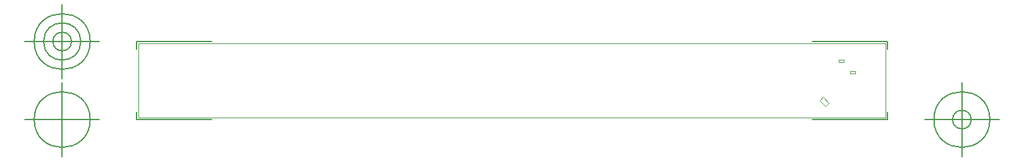
<source format=gbr>
G04 Generated by Ultiboard 14.2 *
%FSLAX46Y46*%
%MOIN*%

%ADD10C,0.000001*%
%ADD11C,0.000039*%
%ADD12C,0.005000*%


G04 ColorRGB 00FF00 for the following layer *
%LN3D_uc44fe1606f5e955c42*%
%LPD*%
G54D10*
G54D11*
X3752598Y246496D02*
X3777402Y246496D01*
X3777402Y233504D02*
X3752598Y233504D01*
X3752598Y246496D01*
X3777402Y246496D02*
X3777402Y233504D01*
X3692598Y306496D02*
X3717402Y306496D01*
X3717402Y293504D02*
X3692598Y293504D01*
X3692598Y306496D01*
X3717402Y306496D02*
X3717402Y293504D01*
X3621960Y61337D02*
X3591337Y91960D01*
X3608040Y108663D02*
X3638663Y78040D01*
X3621960Y61337D01*
X3591337Y91960D02*
X3608040Y108663D01*
X0Y0D02*
X3937008Y0D01*
X3937008Y393701D01*
X0Y393701D01*
X0Y0D01*
G54D12*
X-10000Y-10000D02*
X-10000Y31370D01*
X-10000Y-10000D02*
X385701Y-10000D01*
X3947008Y-10000D02*
X3551307Y-10000D01*
X3947008Y-10000D02*
X3947008Y31370D01*
X3947008Y403701D02*
X3947008Y362331D01*
X3947008Y403701D02*
X3551307Y403701D01*
X-10000Y403701D02*
X385701Y403701D01*
X-10000Y403701D02*
X-10000Y362331D01*
X-206850Y-10000D02*
X-600551Y-10000D01*
X-403701Y-206850D02*
X-403701Y186850D01*
X-551339Y-10000D02*
G75*
D01*
G02X-551339Y-10000I147638J0*
G01*
X4143858Y-10000D02*
X4537559Y-10000D01*
X4340709Y-206850D02*
X4340709Y186850D01*
X4193071Y-10000D02*
G75*
D01*
G02X4193071Y-10000I147638J0*
G01*
X4291496Y-10000D02*
G75*
D01*
G02X4291496Y-10000I49213J0*
G01*
X-206850Y403701D02*
X-600551Y403701D01*
X-403701Y206850D02*
X-403701Y600551D01*
X-551339Y403701D02*
G75*
D01*
G02X-551339Y403701I147638J0*
G01*
X-502126Y403701D02*
G75*
D01*
G02X-502126Y403701I98425J0*
G01*
X-452913Y403701D02*
G75*
D01*
G02X-452913Y403701I49212J0*
G01*
X-10000Y-10000D02*
X-10000Y31370D01*
X-10000Y-10000D02*
X385701Y-10000D01*
X3947008Y-10000D02*
X3551307Y-10000D01*
X3947008Y-10000D02*
X3947008Y31370D01*
X3947008Y403701D02*
X3947008Y362331D01*
X3947008Y403701D02*
X3551307Y403701D01*
X-10000Y403701D02*
X385701Y403701D01*
X-10000Y403701D02*
X-10000Y362331D01*
X-206850Y-10000D02*
X-600551Y-10000D01*
X-403701Y-206850D02*
X-403701Y186850D01*
X-551339Y-10000D02*
G75*
D01*
G02X-551339Y-10000I147638J0*
G01*
X4143858Y-10000D02*
X4537559Y-10000D01*
X4340709Y-206850D02*
X4340709Y186850D01*
X4193071Y-10000D02*
G75*
D01*
G02X4193071Y-10000I147638J0*
G01*
X4291496Y-10000D02*
G75*
D01*
G02X4291496Y-10000I49213J0*
G01*
X-206850Y403701D02*
X-600551Y403701D01*
X-403701Y206850D02*
X-403701Y600551D01*
X-551339Y403701D02*
G75*
D01*
G02X-551339Y403701I147638J0*
G01*
X-502126Y403701D02*
G75*
D01*
G02X-502126Y403701I98425J0*
G01*
X-452913Y403701D02*
G75*
D01*
G02X-452913Y403701I49212J0*
G01*

M02*

</source>
